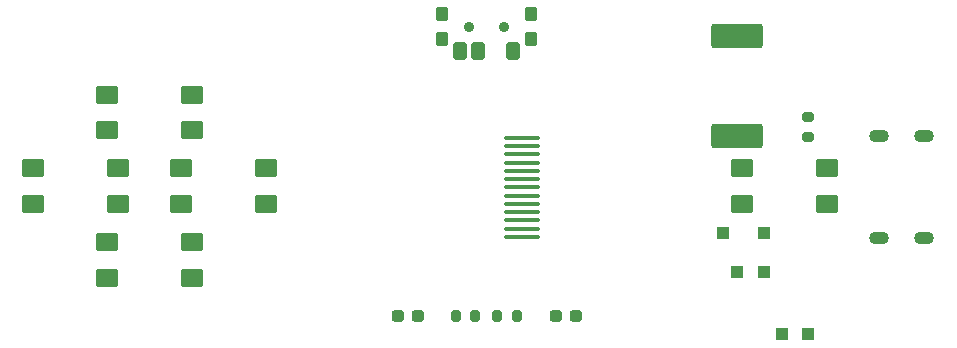
<source format=gbr>
%TF.GenerationSoftware,KiCad,Pcbnew,9.0.6*%
%TF.CreationDate,2025-11-17T13:54:39+01:00*%
%TF.ProjectId,CH32Console,43483332-436f-46e7-936f-6c652e6b6963,rev?*%
%TF.SameCoordinates,Original*%
%TF.FileFunction,Soldermask,Top*%
%TF.FilePolarity,Negative*%
%FSLAX46Y46*%
G04 Gerber Fmt 4.6, Leading zero omitted, Abs format (unit mm)*
G04 Created by KiCad (PCBNEW 9.0.6) date 2025-11-17 13:54:39*
%MOMM*%
%LPD*%
G01*
G04 APERTURE LIST*
G04 Aperture macros list*
%AMRoundRect*
0 Rectangle with rounded corners*
0 $1 Rounding radius*
0 $2 $3 $4 $5 $6 $7 $8 $9 X,Y pos of 4 corners*
0 Add a 4 corners polygon primitive as box body*
4,1,4,$2,$3,$4,$5,$6,$7,$8,$9,$2,$3,0*
0 Add four circle primitives for the rounded corners*
1,1,$1+$1,$2,$3*
1,1,$1+$1,$4,$5*
1,1,$1+$1,$6,$7*
1,1,$1+$1,$8,$9*
0 Add four rect primitives between the rounded corners*
20,1,$1+$1,$2,$3,$4,$5,0*
20,1,$1+$1,$4,$5,$6,$7,0*
20,1,$1+$1,$6,$7,$8,$9,0*
20,1,$1+$1,$8,$9,$2,$3,0*%
G04 Aperture macros list end*
%ADD10RoundRect,0.052500X1.447500X0.122500X-1.447500X0.122500X-1.447500X-0.122500X1.447500X-0.122500X0*%
%ADD11RoundRect,0.102000X-0.800000X-0.700000X0.800000X-0.700000X0.800000X0.700000X-0.800000X0.700000X0*%
%ADD12RoundRect,0.237500X-0.287500X-0.237500X0.287500X-0.237500X0.287500X0.237500X-0.287500X0.237500X0*%
%ADD13R,1.000000X1.000000*%
%ADD14RoundRect,0.315000X1.885000X-0.735000X1.885000X0.735000X-1.885000X0.735000X-1.885000X-0.735000X0*%
%ADD15C,0.900000*%
%ADD16RoundRect,0.102000X0.450000X0.625000X-0.450000X0.625000X-0.450000X-0.625000X0.450000X-0.625000X0*%
%ADD17RoundRect,0.102000X0.400000X0.450000X-0.400000X0.450000X-0.400000X-0.450000X0.400000X-0.450000X0*%
%ADD18RoundRect,0.200000X0.200000X0.275000X-0.200000X0.275000X-0.200000X-0.275000X0.200000X-0.275000X0*%
%ADD19RoundRect,0.200000X-0.200000X-0.275000X0.200000X-0.275000X0.200000X0.275000X-0.200000X0.275000X0*%
%ADD20RoundRect,0.200000X0.275000X-0.200000X0.275000X0.200000X-0.275000X0.200000X-0.275000X-0.200000X0*%
%ADD21O,1.700000X1.100000*%
G04 APERTURE END LIST*
D10*
%TO.C,LCD1*%
X149500000Y-75650000D03*
X149500000Y-76350000D03*
X149500000Y-77050000D03*
X149500000Y-77750000D03*
X149500000Y-78450000D03*
X149500000Y-79150000D03*
X149500000Y-79850000D03*
X149500000Y-80550000D03*
X149500000Y-81250000D03*
X149500000Y-81950000D03*
X149500000Y-82650000D03*
X149500000Y-83350000D03*
X149500000Y-84050000D03*
%TD*%
D11*
%TO.C,BTN_L*%
X108150000Y-81250000D03*
X115350000Y-81250000D03*
X108150000Y-78250000D03*
X115350000Y-78250000D03*
%TD*%
%TO.C,BTN_R*%
X120650000Y-81250000D03*
X127850000Y-81250000D03*
X120650000Y-78250000D03*
X127850000Y-78250000D03*
%TD*%
D12*
%TO.C,LED_CHRG*%
X152375000Y-90750000D03*
X154125000Y-90750000D03*
%TD*%
D13*
%TO.C,PD6*%
X166500000Y-83750000D03*
%TD*%
%TO.C,NRST*%
X170000000Y-87000000D03*
%TD*%
D11*
%TO.C,BTN_A*%
X168150000Y-81250000D03*
X175350000Y-81250000D03*
X168150000Y-78250000D03*
X175350000Y-78250000D03*
%TD*%
D13*
%TO.C,GND*%
X173750000Y-92250000D03*
%TD*%
D11*
%TO.C,BTN_U*%
X114400000Y-75000000D03*
X121600000Y-75000000D03*
X114400000Y-72000000D03*
X121600000Y-72000000D03*
%TD*%
D14*
%TO.C,BZ1*%
X167750000Y-75500000D03*
X167750000Y-67000000D03*
%TD*%
D13*
%TO.C,3.3V*%
X171500000Y-92250000D03*
%TD*%
D15*
%TO.C,S1*%
X148000000Y-66250000D03*
X145000000Y-66250000D03*
D16*
X148750000Y-68325000D03*
X145750000Y-68325000D03*
X144250000Y-68325000D03*
D17*
X150300000Y-67300000D03*
X142700000Y-67300000D03*
X150300000Y-65200000D03*
X142700000Y-65200000D03*
%TD*%
D12*
%TO.C,LED_PWR*%
X139000000Y-90750000D03*
X140750000Y-90750000D03*
%TD*%
D13*
%TO.C,PD5*%
X170000000Y-83750000D03*
%TD*%
D18*
%TO.C,R4*%
X145575000Y-90750000D03*
X143925000Y-90750000D03*
%TD*%
D19*
%TO.C,R6*%
X147425000Y-90750000D03*
X149075000Y-90750000D03*
%TD*%
D11*
%TO.C,BTN_D*%
X114400000Y-87500000D03*
X121600000Y-87500000D03*
X114400000Y-84500000D03*
X121600000Y-84500000D03*
%TD*%
D20*
%TO.C,R1*%
X173750000Y-75575000D03*
X173750000Y-73925000D03*
%TD*%
D13*
%TO.C,SWIO*%
X167750000Y-87000000D03*
%TD*%
D21*
%TO.C,J1*%
X183550000Y-75480000D03*
X179750000Y-75480000D03*
X183550000Y-84120000D03*
X179750000Y-84120000D03*
%TD*%
M02*

</source>
